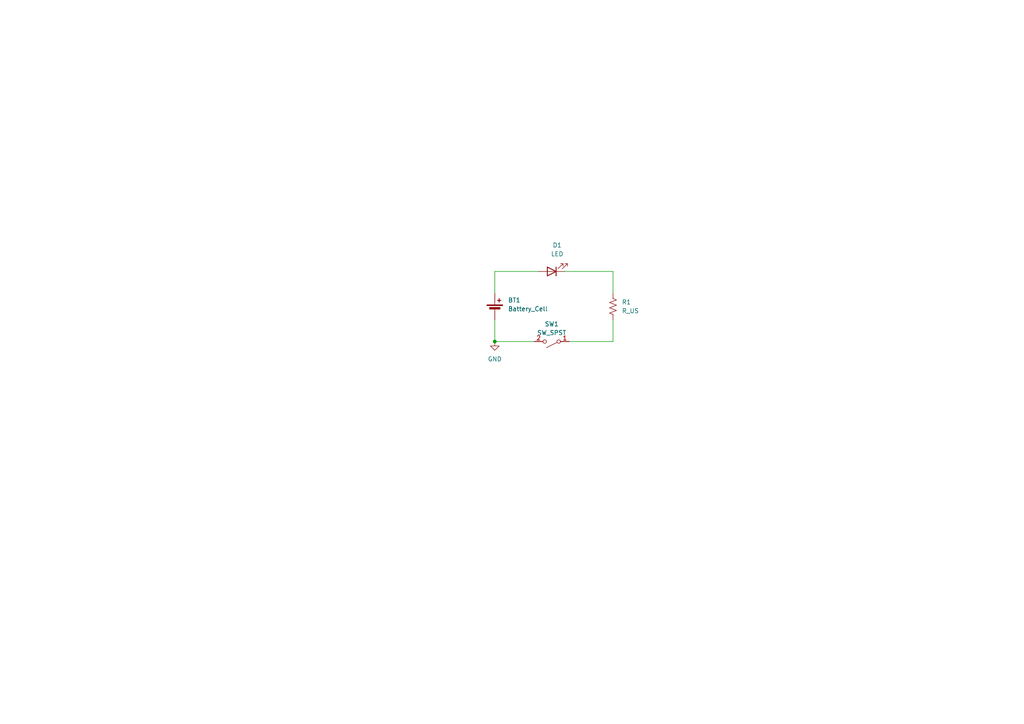
<source format=kicad_sch>
(kicad_sch (version 20231120) (generator "eeschema") (generator_version "8.0")
  (paper "A4")
  (lib_symbols
    (symbol "Device:Battery_Cell" (pin_numbers hide) (pin_names (offset 0) hide)
      (property "Reference" "BT" (at 2.54 2.54 0))
      (property "Value" "Battery_Cell" (at 2.54 0 0))
      (symbol "Battery_Cell_0_1"
        (rectangle (start -2.286 1.778) (end 2.286 1.524) (fill (type outline)))
        (rectangle (start -1.524 1.016) (end 1.524 0.508) (fill (type outline)))
        (polyline (pts (xy 0 0.762) (xy 0 0)))
        (polyline (pts (xy 0 1.778) (xy 0 2.54)))
        (polyline (pts (xy 0.762 3.048) (xy 1.778 3.048)) (stroke (width 0.254)))
        (polyline (pts (xy 1.27 3.556) (xy 1.27 2.54)) (stroke (width 0.254)))
      )
      (symbol "Battery_Cell_1_1"
        (pin passive line (at 0 5.08 270) (length 2.54) (name "+") (number "1"))
        (pin passive line (at 0 -2.54 90) (length 2.54) (name "-") (number "2"))
      )
    )
    (symbol "Device:LED" (pin_numbers hide) (pin_names (offset 1.016) hide)
      (property "Reference" "D" (at 0 2.54 0))
      (property "Value" "LED" (at 0 -2.54 0))
      (symbol "LED_0_1"
        (polyline (pts (xy -1.27 -1.27) (xy -1.27 1.27)) (stroke (width 0.254)))
        (polyline (pts (xy -1.27 0) (xy 1.27 0)))
        (polyline (pts (xy 1.27 -1.27) (xy 1.27 1.27) (xy -1.27 0) (xy 1.27 -1.27)) (stroke (width 0.254)))
        (polyline (pts (xy -3.048 -0.762) (xy -4.572 -2.286) (xy -3.81 -2.286) (xy -4.572 -2.286) (xy -4.572 -1.524)))
        (polyline (pts (xy -1.778 -0.762) (xy -3.302 -2.286) (xy -2.54 -2.286) (xy -3.302 -2.286) (xy -3.302 -1.524)))
      )
      (symbol "LED_1_1"
        (pin passive line (at -3.81 0 0) (length 2.54) (name "K") (number "1"))
        (pin passive line (at 3.81 0 180) (length 2.54) (name "A") (number "2"))
      )
    )
    (symbol "Device:R_US" (pin_numbers hide) (pin_names (offset 0))
      (property "Reference" "R" (at 2.54 0 90))
      (property "Value" "R_US" (at -2.54 0 90))
      (symbol "R_US_0_1"
        (polyline (pts (xy 0 -2.286) (xy 0 -2.54)))
        (polyline (pts (xy 0 2.286) (xy 0 2.54)))
        (polyline (pts (xy 0 -0.762) (xy 1.016 -1.143) (xy 0 -1.524) (xy -1.016 -1.905) (xy 0 -2.286)))
        (polyline (pts (xy 0 0.762) (xy 1.016 0.381) (xy 0 0) (xy -1.016 -0.381) (xy 0 -0.762)))
        (polyline (pts (xy 0 2.286) (xy 1.016 1.905) (xy 0 1.524) (xy -1.016 1.143) (xy 0 0.762)))
      )
      (symbol "R_US_1_1"
        (pin passive line (at 0 3.81 270) (length 1.27) (name "~") (number "1"))
        (pin passive line (at 0 -3.81 90) (length 1.27) (name "~") (number "2"))
      )
    )
    (symbol "Switch:SW_SPST" (pin_names (offset 0) hide)
      (property "Reference" "SW" (at 0 3.175 0))
      (property "Value" "SW_SPST" (at 0 -2.54 0))
      (symbol "SW_SPST_0_0"
        (circle (center -2.032 0) (radius 0.508))
        (polyline (pts (xy -1.524 0.254) (xy 1.524 1.778)))
        (circle (center 2.032 0) (radius 0.508))
      )
      (symbol "SW_SPST_1_1"
        (pin passive line (at -5.08 0 0) (length 2.54) (name "A") (number "1"))
        (pin passive line (at 5.08 0 180) (length 2.54) (name "B") (number "2"))
      )
    )
    (symbol "power:GND" (power) (pin_numbers hide) (pin_names (offset 0) hide)
      (property "Value" "GND" (at 0 -3.81 0))
      (symbol "GND_0_1"
        (polyline (pts (xy 0 0) (xy 0 -1.27) (xy 1.27 -1.27) (xy 0 -2.54) (xy -1.27 -1.27) (xy 0 -1.27)))
      )
      (symbol "GND_1_1"
        (pin power_in line (at 0 0 270) (length 0) (name "~") (number "1"))
      )
    )
  )
  (junction (at 143.51 99.06))
  (wire (pts (xy 154.94 99.06) (xy 143.51 99.06)))
  (wire (pts (xy 177.8 78.74) (xy 177.8 85.09)))
  (wire (pts (xy 143.51 99.06) (xy 143.51 92.71)))
  (wire (pts (xy 177.8 99.06) (xy 165.1 99.06)))
  (wire (pts (xy 143.51 85.09) (xy 143.51 78.74)))
  (wire (pts (xy 143.51 78.74) (xy 156.21 78.74)))
  (wire (pts (xy 163.83 78.74) (xy 177.8 78.74)))
  (wire (pts (xy 177.8 92.71) (xy 177.8 99.06)))
  (symbol (lib_id "Device:LED") (at 160.02 78.74 180) (unit 1)
    (property "Reference" "D1" (at 161.6075 71.12 0))
    (property "Value" "LED" (at 161.6075 73.66 0))
    (property "Footprint" "LED_SMD:LED_2512_6332Metric" (effects (hide yes)))
    (property "Description" "Light emitting diode" (effects (hide yes)))
  )
  (symbol (lib_id "Device:Battery_Cell") (at 143.51 90.17 0) (unit 1)
    (property "Reference" "BT1" (at 147.32 87.0584 0) (effects (justify left)))
    (property "Value" "Battery_Cell" (at 147.32 89.5984 0) (effects (justify left)))
    (property "Footprint" "Battery:BatteryHolder_Keystone_103_1x20mm" (effects (hide yes)))
    (property "Description" "Single-cell battery" (effects (hide yes)))
  )
  (symbol (lib_id "Switch:SW_SPST") (at 160.02 99.06 180) (unit 1)
    (property "Reference" "SW1" (at 160.02 93.98 0))
    (property "Value" "SW_SPST" (at 160.02 96.52 0))
    (property "Footprint" "Button_Switch_THT:SW_PUSH_6mm" (effects (hide yes)))
    (property "Description" "Single Pole Single Throw (SPST) switch" (effects (hide yes)))
  )
  (symbol (lib_id "Device:R_US") (at 177.8 88.9 0) (unit 1)
    (property "Reference" "R1" (at 180.34 87.6299 0) (effects (justify left)))
    (property "Value" "R_US" (at 180.34 90.1699 0) (effects (justify left)))
    (property "Footprint" "Resistor_SMD:R_2512_6332Metric" (effects (hide yes)))
    (property "Description" "Resistor, US symbol" (effects (hide yes)))
  )
  (symbol (lib_id "power:GND") (at 143.51 99.06 0) (unit 1)
    (property "Reference" "#PWR01" (effects (hide yes)))
    (property "Value" "GND" (at 143.51 104.14 0))
    (property "Description" "Power symbol creates a global label with name \"GND\" , ground" (effects (hide yes)))
  )
)
</source>
